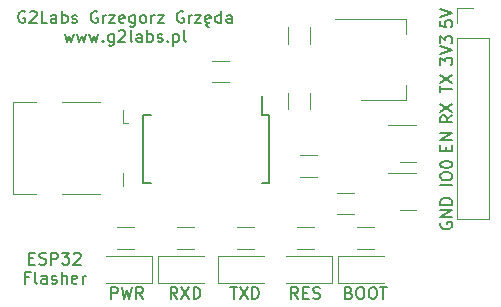
<source format=gto>
%TF.GenerationSoftware,KiCad,Pcbnew,7.0.7-7.0.7~ubuntu22.04.1*%
%TF.CreationDate,2023-08-24T08:44:54+02:00*%
%TF.ProjectId,esp32-programmer,65737033-322d-4707-926f-6772616d6d65,1*%
%TF.SameCoordinates,Original*%
%TF.FileFunction,Legend,Top*%
%TF.FilePolarity,Positive*%
%FSLAX46Y46*%
G04 Gerber Fmt 4.6, Leading zero omitted, Abs format (unit mm)*
G04 Created by KiCad (PCBNEW 7.0.7-7.0.7~ubuntu22.04.1) date 2023-08-24 08:44:54*
%MOMM*%
%LPD*%
G01*
G04 APERTURE LIST*
%ADD10C,0.150000*%
%ADD11C,0.120000*%
G04 APERTURE END LIST*
D10*
X129663819Y-66274792D02*
X129187628Y-66608125D01*
X129663819Y-66846220D02*
X128663819Y-66846220D01*
X128663819Y-66846220D02*
X128663819Y-66465268D01*
X128663819Y-66465268D02*
X128711438Y-66370030D01*
X128711438Y-66370030D02*
X128759057Y-66322411D01*
X128759057Y-66322411D02*
X128854295Y-66274792D01*
X128854295Y-66274792D02*
X128997152Y-66274792D01*
X128997152Y-66274792D02*
X129092390Y-66322411D01*
X129092390Y-66322411D02*
X129140009Y-66370030D01*
X129140009Y-66370030D02*
X129187628Y-66465268D01*
X129187628Y-66465268D02*
X129187628Y-66846220D01*
X128663819Y-65941458D02*
X129663819Y-65274792D01*
X128663819Y-65274792D02*
X129663819Y-65941458D01*
X129663819Y-72180220D02*
X128663819Y-72180220D01*
X128663819Y-71513554D02*
X128663819Y-71323078D01*
X128663819Y-71323078D02*
X128711438Y-71227840D01*
X128711438Y-71227840D02*
X128806676Y-71132602D01*
X128806676Y-71132602D02*
X128997152Y-71084983D01*
X128997152Y-71084983D02*
X129330485Y-71084983D01*
X129330485Y-71084983D02*
X129520961Y-71132602D01*
X129520961Y-71132602D02*
X129616200Y-71227840D01*
X129616200Y-71227840D02*
X129663819Y-71323078D01*
X129663819Y-71323078D02*
X129663819Y-71513554D01*
X129663819Y-71513554D02*
X129616200Y-71608792D01*
X129616200Y-71608792D02*
X129520961Y-71704030D01*
X129520961Y-71704030D02*
X129330485Y-71751649D01*
X129330485Y-71751649D02*
X128997152Y-71751649D01*
X128997152Y-71751649D02*
X128806676Y-71704030D01*
X128806676Y-71704030D02*
X128711438Y-71608792D01*
X128711438Y-71608792D02*
X128663819Y-71513554D01*
X128663819Y-70465935D02*
X128663819Y-70370697D01*
X128663819Y-70370697D02*
X128711438Y-70275459D01*
X128711438Y-70275459D02*
X128759057Y-70227840D01*
X128759057Y-70227840D02*
X128854295Y-70180221D01*
X128854295Y-70180221D02*
X129044771Y-70132602D01*
X129044771Y-70132602D02*
X129282866Y-70132602D01*
X129282866Y-70132602D02*
X129473342Y-70180221D01*
X129473342Y-70180221D02*
X129568580Y-70227840D01*
X129568580Y-70227840D02*
X129616200Y-70275459D01*
X129616200Y-70275459D02*
X129663819Y-70370697D01*
X129663819Y-70370697D02*
X129663819Y-70465935D01*
X129663819Y-70465935D02*
X129616200Y-70561173D01*
X129616200Y-70561173D02*
X129568580Y-70608792D01*
X129568580Y-70608792D02*
X129473342Y-70656411D01*
X129473342Y-70656411D02*
X129282866Y-70704030D01*
X129282866Y-70704030D02*
X129044771Y-70704030D01*
X129044771Y-70704030D02*
X128854295Y-70656411D01*
X128854295Y-70656411D02*
X128759057Y-70608792D01*
X128759057Y-70608792D02*
X128711438Y-70561173D01*
X128711438Y-70561173D02*
X128663819Y-70465935D01*
X128663819Y-64322077D02*
X128663819Y-63750649D01*
X129663819Y-64036363D02*
X128663819Y-64036363D01*
X128663819Y-63512553D02*
X129663819Y-62845887D01*
X128663819Y-62845887D02*
X129663819Y-63512553D01*
X128711438Y-75339411D02*
X128663819Y-75434649D01*
X128663819Y-75434649D02*
X128663819Y-75577506D01*
X128663819Y-75577506D02*
X128711438Y-75720363D01*
X128711438Y-75720363D02*
X128806676Y-75815601D01*
X128806676Y-75815601D02*
X128901914Y-75863220D01*
X128901914Y-75863220D02*
X129092390Y-75910839D01*
X129092390Y-75910839D02*
X129235247Y-75910839D01*
X129235247Y-75910839D02*
X129425723Y-75863220D01*
X129425723Y-75863220D02*
X129520961Y-75815601D01*
X129520961Y-75815601D02*
X129616200Y-75720363D01*
X129616200Y-75720363D02*
X129663819Y-75577506D01*
X129663819Y-75577506D02*
X129663819Y-75482268D01*
X129663819Y-75482268D02*
X129616200Y-75339411D01*
X129616200Y-75339411D02*
X129568580Y-75291792D01*
X129568580Y-75291792D02*
X129235247Y-75291792D01*
X129235247Y-75291792D02*
X129235247Y-75482268D01*
X129663819Y-74863220D02*
X128663819Y-74863220D01*
X128663819Y-74863220D02*
X129663819Y-74291792D01*
X129663819Y-74291792D02*
X128663819Y-74291792D01*
X129663819Y-73815601D02*
X128663819Y-73815601D01*
X128663819Y-73815601D02*
X128663819Y-73577506D01*
X128663819Y-73577506D02*
X128711438Y-73434649D01*
X128711438Y-73434649D02*
X128806676Y-73339411D01*
X128806676Y-73339411D02*
X128901914Y-73291792D01*
X128901914Y-73291792D02*
X129092390Y-73244173D01*
X129092390Y-73244173D02*
X129235247Y-73244173D01*
X129235247Y-73244173D02*
X129425723Y-73291792D01*
X129425723Y-73291792D02*
X129520961Y-73339411D01*
X129520961Y-73339411D02*
X129616200Y-73434649D01*
X129616200Y-73434649D02*
X129663819Y-73577506D01*
X129663819Y-73577506D02*
X129663819Y-73815601D01*
X128663819Y-58242030D02*
X128663819Y-58718220D01*
X128663819Y-58718220D02*
X129140009Y-58765839D01*
X129140009Y-58765839D02*
X129092390Y-58718220D01*
X129092390Y-58718220D02*
X129044771Y-58622982D01*
X129044771Y-58622982D02*
X129044771Y-58384887D01*
X129044771Y-58384887D02*
X129092390Y-58289649D01*
X129092390Y-58289649D02*
X129140009Y-58242030D01*
X129140009Y-58242030D02*
X129235247Y-58194411D01*
X129235247Y-58194411D02*
X129473342Y-58194411D01*
X129473342Y-58194411D02*
X129568580Y-58242030D01*
X129568580Y-58242030D02*
X129616200Y-58289649D01*
X129616200Y-58289649D02*
X129663819Y-58384887D01*
X129663819Y-58384887D02*
X129663819Y-58622982D01*
X129663819Y-58622982D02*
X129616200Y-58718220D01*
X129616200Y-58718220D02*
X129568580Y-58765839D01*
X128663819Y-57908696D02*
X129663819Y-57575363D01*
X129663819Y-57575363D02*
X128663819Y-57242030D01*
X93869143Y-78374009D02*
X94202476Y-78374009D01*
X94345333Y-78897819D02*
X93869143Y-78897819D01*
X93869143Y-78897819D02*
X93869143Y-77897819D01*
X93869143Y-77897819D02*
X94345333Y-77897819D01*
X94726286Y-78850200D02*
X94869143Y-78897819D01*
X94869143Y-78897819D02*
X95107238Y-78897819D01*
X95107238Y-78897819D02*
X95202476Y-78850200D01*
X95202476Y-78850200D02*
X95250095Y-78802580D01*
X95250095Y-78802580D02*
X95297714Y-78707342D01*
X95297714Y-78707342D02*
X95297714Y-78612104D01*
X95297714Y-78612104D02*
X95250095Y-78516866D01*
X95250095Y-78516866D02*
X95202476Y-78469247D01*
X95202476Y-78469247D02*
X95107238Y-78421628D01*
X95107238Y-78421628D02*
X94916762Y-78374009D01*
X94916762Y-78374009D02*
X94821524Y-78326390D01*
X94821524Y-78326390D02*
X94773905Y-78278771D01*
X94773905Y-78278771D02*
X94726286Y-78183533D01*
X94726286Y-78183533D02*
X94726286Y-78088295D01*
X94726286Y-78088295D02*
X94773905Y-77993057D01*
X94773905Y-77993057D02*
X94821524Y-77945438D01*
X94821524Y-77945438D02*
X94916762Y-77897819D01*
X94916762Y-77897819D02*
X95154857Y-77897819D01*
X95154857Y-77897819D02*
X95297714Y-77945438D01*
X95726286Y-78897819D02*
X95726286Y-77897819D01*
X95726286Y-77897819D02*
X96107238Y-77897819D01*
X96107238Y-77897819D02*
X96202476Y-77945438D01*
X96202476Y-77945438D02*
X96250095Y-77993057D01*
X96250095Y-77993057D02*
X96297714Y-78088295D01*
X96297714Y-78088295D02*
X96297714Y-78231152D01*
X96297714Y-78231152D02*
X96250095Y-78326390D01*
X96250095Y-78326390D02*
X96202476Y-78374009D01*
X96202476Y-78374009D02*
X96107238Y-78421628D01*
X96107238Y-78421628D02*
X95726286Y-78421628D01*
X96631048Y-77897819D02*
X97250095Y-77897819D01*
X97250095Y-77897819D02*
X96916762Y-78278771D01*
X96916762Y-78278771D02*
X97059619Y-78278771D01*
X97059619Y-78278771D02*
X97154857Y-78326390D01*
X97154857Y-78326390D02*
X97202476Y-78374009D01*
X97202476Y-78374009D02*
X97250095Y-78469247D01*
X97250095Y-78469247D02*
X97250095Y-78707342D01*
X97250095Y-78707342D02*
X97202476Y-78802580D01*
X97202476Y-78802580D02*
X97154857Y-78850200D01*
X97154857Y-78850200D02*
X97059619Y-78897819D01*
X97059619Y-78897819D02*
X96773905Y-78897819D01*
X96773905Y-78897819D02*
X96678667Y-78850200D01*
X96678667Y-78850200D02*
X96631048Y-78802580D01*
X97631048Y-77993057D02*
X97678667Y-77945438D01*
X97678667Y-77945438D02*
X97773905Y-77897819D01*
X97773905Y-77897819D02*
X98012000Y-77897819D01*
X98012000Y-77897819D02*
X98107238Y-77945438D01*
X98107238Y-77945438D02*
X98154857Y-77993057D01*
X98154857Y-77993057D02*
X98202476Y-78088295D01*
X98202476Y-78088295D02*
X98202476Y-78183533D01*
X98202476Y-78183533D02*
X98154857Y-78326390D01*
X98154857Y-78326390D02*
X97583429Y-78897819D01*
X97583429Y-78897819D02*
X98202476Y-78897819D01*
X93845332Y-79984009D02*
X93511999Y-79984009D01*
X93511999Y-80507819D02*
X93511999Y-79507819D01*
X93511999Y-79507819D02*
X93988189Y-79507819D01*
X94511999Y-80507819D02*
X94416761Y-80460200D01*
X94416761Y-80460200D02*
X94369142Y-80364961D01*
X94369142Y-80364961D02*
X94369142Y-79507819D01*
X95321523Y-80507819D02*
X95321523Y-79984009D01*
X95321523Y-79984009D02*
X95273904Y-79888771D01*
X95273904Y-79888771D02*
X95178666Y-79841152D01*
X95178666Y-79841152D02*
X94988190Y-79841152D01*
X94988190Y-79841152D02*
X94892952Y-79888771D01*
X95321523Y-80460200D02*
X95226285Y-80507819D01*
X95226285Y-80507819D02*
X94988190Y-80507819D01*
X94988190Y-80507819D02*
X94892952Y-80460200D01*
X94892952Y-80460200D02*
X94845333Y-80364961D01*
X94845333Y-80364961D02*
X94845333Y-80269723D01*
X94845333Y-80269723D02*
X94892952Y-80174485D01*
X94892952Y-80174485D02*
X94988190Y-80126866D01*
X94988190Y-80126866D02*
X95226285Y-80126866D01*
X95226285Y-80126866D02*
X95321523Y-80079247D01*
X95750095Y-80460200D02*
X95845333Y-80507819D01*
X95845333Y-80507819D02*
X96035809Y-80507819D01*
X96035809Y-80507819D02*
X96131047Y-80460200D01*
X96131047Y-80460200D02*
X96178666Y-80364961D01*
X96178666Y-80364961D02*
X96178666Y-80317342D01*
X96178666Y-80317342D02*
X96131047Y-80222104D01*
X96131047Y-80222104D02*
X96035809Y-80174485D01*
X96035809Y-80174485D02*
X95892952Y-80174485D01*
X95892952Y-80174485D02*
X95797714Y-80126866D01*
X95797714Y-80126866D02*
X95750095Y-80031628D01*
X95750095Y-80031628D02*
X95750095Y-79984009D01*
X95750095Y-79984009D02*
X95797714Y-79888771D01*
X95797714Y-79888771D02*
X95892952Y-79841152D01*
X95892952Y-79841152D02*
X96035809Y-79841152D01*
X96035809Y-79841152D02*
X96131047Y-79888771D01*
X96607238Y-80507819D02*
X96607238Y-79507819D01*
X97035809Y-80507819D02*
X97035809Y-79984009D01*
X97035809Y-79984009D02*
X96988190Y-79888771D01*
X96988190Y-79888771D02*
X96892952Y-79841152D01*
X96892952Y-79841152D02*
X96750095Y-79841152D01*
X96750095Y-79841152D02*
X96654857Y-79888771D01*
X96654857Y-79888771D02*
X96607238Y-79936390D01*
X97892952Y-80460200D02*
X97797714Y-80507819D01*
X97797714Y-80507819D02*
X97607238Y-80507819D01*
X97607238Y-80507819D02*
X97512000Y-80460200D01*
X97512000Y-80460200D02*
X97464381Y-80364961D01*
X97464381Y-80364961D02*
X97464381Y-79984009D01*
X97464381Y-79984009D02*
X97512000Y-79888771D01*
X97512000Y-79888771D02*
X97607238Y-79841152D01*
X97607238Y-79841152D02*
X97797714Y-79841152D01*
X97797714Y-79841152D02*
X97892952Y-79888771D01*
X97892952Y-79888771D02*
X97940571Y-79984009D01*
X97940571Y-79984009D02*
X97940571Y-80079247D01*
X97940571Y-80079247D02*
X97464381Y-80174485D01*
X98369143Y-80507819D02*
X98369143Y-79841152D01*
X98369143Y-80031628D02*
X98416762Y-79936390D01*
X98416762Y-79936390D02*
X98464381Y-79888771D01*
X98464381Y-79888771D02*
X98559619Y-79841152D01*
X98559619Y-79841152D02*
X98654857Y-79841152D01*
X128663819Y-61988458D02*
X128663819Y-61369411D01*
X128663819Y-61369411D02*
X129044771Y-61702744D01*
X129044771Y-61702744D02*
X129044771Y-61559887D01*
X129044771Y-61559887D02*
X129092390Y-61464649D01*
X129092390Y-61464649D02*
X129140009Y-61417030D01*
X129140009Y-61417030D02*
X129235247Y-61369411D01*
X129235247Y-61369411D02*
X129473342Y-61369411D01*
X129473342Y-61369411D02*
X129568580Y-61417030D01*
X129568580Y-61417030D02*
X129616200Y-61464649D01*
X129616200Y-61464649D02*
X129663819Y-61559887D01*
X129663819Y-61559887D02*
X129663819Y-61845601D01*
X129663819Y-61845601D02*
X129616200Y-61940839D01*
X129616200Y-61940839D02*
X129568580Y-61988458D01*
X128663819Y-61083696D02*
X129663819Y-60750363D01*
X129663819Y-60750363D02*
X128663819Y-60417030D01*
X128663819Y-60178934D02*
X128663819Y-59559887D01*
X128663819Y-59559887D02*
X129044771Y-59893220D01*
X129044771Y-59893220D02*
X129044771Y-59750363D01*
X129044771Y-59750363D02*
X129092390Y-59655125D01*
X129092390Y-59655125D02*
X129140009Y-59607506D01*
X129140009Y-59607506D02*
X129235247Y-59559887D01*
X129235247Y-59559887D02*
X129473342Y-59559887D01*
X129473342Y-59559887D02*
X129568580Y-59607506D01*
X129568580Y-59607506D02*
X129616200Y-59655125D01*
X129616200Y-59655125D02*
X129663819Y-59750363D01*
X129663819Y-59750363D02*
X129663819Y-60036077D01*
X129663819Y-60036077D02*
X129616200Y-60131315D01*
X129616200Y-60131315D02*
X129568580Y-60178934D01*
X129140009Y-69259220D02*
X129140009Y-68925887D01*
X129663819Y-68783030D02*
X129663819Y-69259220D01*
X129663819Y-69259220D02*
X128663819Y-69259220D01*
X128663819Y-69259220D02*
X128663819Y-68783030D01*
X129663819Y-68354458D02*
X128663819Y-68354458D01*
X128663819Y-68354458D02*
X129663819Y-67783030D01*
X129663819Y-67783030D02*
X128663819Y-67783030D01*
X93480998Y-57498438D02*
X93385760Y-57450819D01*
X93385760Y-57450819D02*
X93242903Y-57450819D01*
X93242903Y-57450819D02*
X93100046Y-57498438D01*
X93100046Y-57498438D02*
X93004808Y-57593676D01*
X93004808Y-57593676D02*
X92957189Y-57688914D01*
X92957189Y-57688914D02*
X92909570Y-57879390D01*
X92909570Y-57879390D02*
X92909570Y-58022247D01*
X92909570Y-58022247D02*
X92957189Y-58212723D01*
X92957189Y-58212723D02*
X93004808Y-58307961D01*
X93004808Y-58307961D02*
X93100046Y-58403200D01*
X93100046Y-58403200D02*
X93242903Y-58450819D01*
X93242903Y-58450819D02*
X93338141Y-58450819D01*
X93338141Y-58450819D02*
X93480998Y-58403200D01*
X93480998Y-58403200D02*
X93528617Y-58355580D01*
X93528617Y-58355580D02*
X93528617Y-58022247D01*
X93528617Y-58022247D02*
X93338141Y-58022247D01*
X93909570Y-57546057D02*
X93957189Y-57498438D01*
X93957189Y-57498438D02*
X94052427Y-57450819D01*
X94052427Y-57450819D02*
X94290522Y-57450819D01*
X94290522Y-57450819D02*
X94385760Y-57498438D01*
X94385760Y-57498438D02*
X94433379Y-57546057D01*
X94433379Y-57546057D02*
X94480998Y-57641295D01*
X94480998Y-57641295D02*
X94480998Y-57736533D01*
X94480998Y-57736533D02*
X94433379Y-57879390D01*
X94433379Y-57879390D02*
X93861951Y-58450819D01*
X93861951Y-58450819D02*
X94480998Y-58450819D01*
X95385760Y-58450819D02*
X94909570Y-58450819D01*
X94909570Y-58450819D02*
X94909570Y-57450819D01*
X96147665Y-58450819D02*
X96147665Y-57927009D01*
X96147665Y-57927009D02*
X96100046Y-57831771D01*
X96100046Y-57831771D02*
X96004808Y-57784152D01*
X96004808Y-57784152D02*
X95814332Y-57784152D01*
X95814332Y-57784152D02*
X95719094Y-57831771D01*
X96147665Y-58403200D02*
X96052427Y-58450819D01*
X96052427Y-58450819D02*
X95814332Y-58450819D01*
X95814332Y-58450819D02*
X95719094Y-58403200D01*
X95719094Y-58403200D02*
X95671475Y-58307961D01*
X95671475Y-58307961D02*
X95671475Y-58212723D01*
X95671475Y-58212723D02*
X95719094Y-58117485D01*
X95719094Y-58117485D02*
X95814332Y-58069866D01*
X95814332Y-58069866D02*
X96052427Y-58069866D01*
X96052427Y-58069866D02*
X96147665Y-58022247D01*
X96623856Y-58450819D02*
X96623856Y-57450819D01*
X96623856Y-57831771D02*
X96719094Y-57784152D01*
X96719094Y-57784152D02*
X96909570Y-57784152D01*
X96909570Y-57784152D02*
X97004808Y-57831771D01*
X97004808Y-57831771D02*
X97052427Y-57879390D01*
X97052427Y-57879390D02*
X97100046Y-57974628D01*
X97100046Y-57974628D02*
X97100046Y-58260342D01*
X97100046Y-58260342D02*
X97052427Y-58355580D01*
X97052427Y-58355580D02*
X97004808Y-58403200D01*
X97004808Y-58403200D02*
X96909570Y-58450819D01*
X96909570Y-58450819D02*
X96719094Y-58450819D01*
X96719094Y-58450819D02*
X96623856Y-58403200D01*
X97480999Y-58403200D02*
X97576237Y-58450819D01*
X97576237Y-58450819D02*
X97766713Y-58450819D01*
X97766713Y-58450819D02*
X97861951Y-58403200D01*
X97861951Y-58403200D02*
X97909570Y-58307961D01*
X97909570Y-58307961D02*
X97909570Y-58260342D01*
X97909570Y-58260342D02*
X97861951Y-58165104D01*
X97861951Y-58165104D02*
X97766713Y-58117485D01*
X97766713Y-58117485D02*
X97623856Y-58117485D01*
X97623856Y-58117485D02*
X97528618Y-58069866D01*
X97528618Y-58069866D02*
X97480999Y-57974628D01*
X97480999Y-57974628D02*
X97480999Y-57927009D01*
X97480999Y-57927009D02*
X97528618Y-57831771D01*
X97528618Y-57831771D02*
X97623856Y-57784152D01*
X97623856Y-57784152D02*
X97766713Y-57784152D01*
X97766713Y-57784152D02*
X97861951Y-57831771D01*
X99623856Y-57498438D02*
X99528618Y-57450819D01*
X99528618Y-57450819D02*
X99385761Y-57450819D01*
X99385761Y-57450819D02*
X99242904Y-57498438D01*
X99242904Y-57498438D02*
X99147666Y-57593676D01*
X99147666Y-57593676D02*
X99100047Y-57688914D01*
X99100047Y-57688914D02*
X99052428Y-57879390D01*
X99052428Y-57879390D02*
X99052428Y-58022247D01*
X99052428Y-58022247D02*
X99100047Y-58212723D01*
X99100047Y-58212723D02*
X99147666Y-58307961D01*
X99147666Y-58307961D02*
X99242904Y-58403200D01*
X99242904Y-58403200D02*
X99385761Y-58450819D01*
X99385761Y-58450819D02*
X99480999Y-58450819D01*
X99480999Y-58450819D02*
X99623856Y-58403200D01*
X99623856Y-58403200D02*
X99671475Y-58355580D01*
X99671475Y-58355580D02*
X99671475Y-58022247D01*
X99671475Y-58022247D02*
X99480999Y-58022247D01*
X100100047Y-58450819D02*
X100100047Y-57784152D01*
X100100047Y-57974628D02*
X100147666Y-57879390D01*
X100147666Y-57879390D02*
X100195285Y-57831771D01*
X100195285Y-57831771D02*
X100290523Y-57784152D01*
X100290523Y-57784152D02*
X100385761Y-57784152D01*
X100623857Y-57784152D02*
X101147666Y-57784152D01*
X101147666Y-57784152D02*
X100623857Y-58450819D01*
X100623857Y-58450819D02*
X101147666Y-58450819D01*
X101909571Y-58403200D02*
X101814333Y-58450819D01*
X101814333Y-58450819D02*
X101623857Y-58450819D01*
X101623857Y-58450819D02*
X101528619Y-58403200D01*
X101528619Y-58403200D02*
X101481000Y-58307961D01*
X101481000Y-58307961D02*
X101481000Y-57927009D01*
X101481000Y-57927009D02*
X101528619Y-57831771D01*
X101528619Y-57831771D02*
X101623857Y-57784152D01*
X101623857Y-57784152D02*
X101814333Y-57784152D01*
X101814333Y-57784152D02*
X101909571Y-57831771D01*
X101909571Y-57831771D02*
X101957190Y-57927009D01*
X101957190Y-57927009D02*
X101957190Y-58022247D01*
X101957190Y-58022247D02*
X101481000Y-58117485D01*
X102814333Y-57784152D02*
X102814333Y-58593676D01*
X102814333Y-58593676D02*
X102766714Y-58688914D01*
X102766714Y-58688914D02*
X102719095Y-58736533D01*
X102719095Y-58736533D02*
X102623857Y-58784152D01*
X102623857Y-58784152D02*
X102481000Y-58784152D01*
X102481000Y-58784152D02*
X102385762Y-58736533D01*
X102814333Y-58403200D02*
X102719095Y-58450819D01*
X102719095Y-58450819D02*
X102528619Y-58450819D01*
X102528619Y-58450819D02*
X102433381Y-58403200D01*
X102433381Y-58403200D02*
X102385762Y-58355580D01*
X102385762Y-58355580D02*
X102338143Y-58260342D01*
X102338143Y-58260342D02*
X102338143Y-57974628D01*
X102338143Y-57974628D02*
X102385762Y-57879390D01*
X102385762Y-57879390D02*
X102433381Y-57831771D01*
X102433381Y-57831771D02*
X102528619Y-57784152D01*
X102528619Y-57784152D02*
X102719095Y-57784152D01*
X102719095Y-57784152D02*
X102814333Y-57831771D01*
X103433381Y-58450819D02*
X103338143Y-58403200D01*
X103338143Y-58403200D02*
X103290524Y-58355580D01*
X103290524Y-58355580D02*
X103242905Y-58260342D01*
X103242905Y-58260342D02*
X103242905Y-57974628D01*
X103242905Y-57974628D02*
X103290524Y-57879390D01*
X103290524Y-57879390D02*
X103338143Y-57831771D01*
X103338143Y-57831771D02*
X103433381Y-57784152D01*
X103433381Y-57784152D02*
X103576238Y-57784152D01*
X103576238Y-57784152D02*
X103671476Y-57831771D01*
X103671476Y-57831771D02*
X103719095Y-57879390D01*
X103719095Y-57879390D02*
X103766714Y-57974628D01*
X103766714Y-57974628D02*
X103766714Y-58260342D01*
X103766714Y-58260342D02*
X103719095Y-58355580D01*
X103719095Y-58355580D02*
X103671476Y-58403200D01*
X103671476Y-58403200D02*
X103576238Y-58450819D01*
X103576238Y-58450819D02*
X103433381Y-58450819D01*
X104195286Y-58450819D02*
X104195286Y-57784152D01*
X104195286Y-57974628D02*
X104242905Y-57879390D01*
X104242905Y-57879390D02*
X104290524Y-57831771D01*
X104290524Y-57831771D02*
X104385762Y-57784152D01*
X104385762Y-57784152D02*
X104481000Y-57784152D01*
X104719096Y-57784152D02*
X105242905Y-57784152D01*
X105242905Y-57784152D02*
X104719096Y-58450819D01*
X104719096Y-58450819D02*
X105242905Y-58450819D01*
X106909572Y-57498438D02*
X106814334Y-57450819D01*
X106814334Y-57450819D02*
X106671477Y-57450819D01*
X106671477Y-57450819D02*
X106528620Y-57498438D01*
X106528620Y-57498438D02*
X106433382Y-57593676D01*
X106433382Y-57593676D02*
X106385763Y-57688914D01*
X106385763Y-57688914D02*
X106338144Y-57879390D01*
X106338144Y-57879390D02*
X106338144Y-58022247D01*
X106338144Y-58022247D02*
X106385763Y-58212723D01*
X106385763Y-58212723D02*
X106433382Y-58307961D01*
X106433382Y-58307961D02*
X106528620Y-58403200D01*
X106528620Y-58403200D02*
X106671477Y-58450819D01*
X106671477Y-58450819D02*
X106766715Y-58450819D01*
X106766715Y-58450819D02*
X106909572Y-58403200D01*
X106909572Y-58403200D02*
X106957191Y-58355580D01*
X106957191Y-58355580D02*
X106957191Y-58022247D01*
X106957191Y-58022247D02*
X106766715Y-58022247D01*
X107385763Y-58450819D02*
X107385763Y-57784152D01*
X107385763Y-57974628D02*
X107433382Y-57879390D01*
X107433382Y-57879390D02*
X107481001Y-57831771D01*
X107481001Y-57831771D02*
X107576239Y-57784152D01*
X107576239Y-57784152D02*
X107671477Y-57784152D01*
X107909573Y-57784152D02*
X108433382Y-57784152D01*
X108433382Y-57784152D02*
X107909573Y-58450819D01*
X107909573Y-58450819D02*
X108433382Y-58450819D01*
X109195287Y-58403200D02*
X109100049Y-58450819D01*
X109100049Y-58450819D02*
X108909573Y-58450819D01*
X108909573Y-58450819D02*
X108814335Y-58403200D01*
X108814335Y-58403200D02*
X108766716Y-58307961D01*
X108766716Y-58307961D02*
X108766716Y-57927009D01*
X108766716Y-57927009D02*
X108814335Y-57831771D01*
X108814335Y-57831771D02*
X108909573Y-57784152D01*
X108909573Y-57784152D02*
X109100049Y-57784152D01*
X109100049Y-57784152D02*
X109195287Y-57831771D01*
X109195287Y-57831771D02*
X109242906Y-57927009D01*
X109242906Y-57927009D02*
X109242906Y-58022247D01*
X109242906Y-58022247D02*
X108766716Y-58117485D01*
X109004811Y-58450819D02*
X108909573Y-58546057D01*
X108909573Y-58546057D02*
X108861954Y-58641295D01*
X108861954Y-58641295D02*
X108909573Y-58736533D01*
X108909573Y-58736533D02*
X109004811Y-58784152D01*
X109004811Y-58784152D02*
X109100049Y-58784152D01*
X110100049Y-58450819D02*
X110100049Y-57450819D01*
X110100049Y-58403200D02*
X110004811Y-58450819D01*
X110004811Y-58450819D02*
X109814335Y-58450819D01*
X109814335Y-58450819D02*
X109719097Y-58403200D01*
X109719097Y-58403200D02*
X109671478Y-58355580D01*
X109671478Y-58355580D02*
X109623859Y-58260342D01*
X109623859Y-58260342D02*
X109623859Y-57974628D01*
X109623859Y-57974628D02*
X109671478Y-57879390D01*
X109671478Y-57879390D02*
X109719097Y-57831771D01*
X109719097Y-57831771D02*
X109814335Y-57784152D01*
X109814335Y-57784152D02*
X110004811Y-57784152D01*
X110004811Y-57784152D02*
X110100049Y-57831771D01*
X111004811Y-58450819D02*
X111004811Y-57927009D01*
X111004811Y-57927009D02*
X110957192Y-57831771D01*
X110957192Y-57831771D02*
X110861954Y-57784152D01*
X110861954Y-57784152D02*
X110671478Y-57784152D01*
X110671478Y-57784152D02*
X110576240Y-57831771D01*
X111004811Y-58403200D02*
X110909573Y-58450819D01*
X110909573Y-58450819D02*
X110671478Y-58450819D01*
X110671478Y-58450819D02*
X110576240Y-58403200D01*
X110576240Y-58403200D02*
X110528621Y-58307961D01*
X110528621Y-58307961D02*
X110528621Y-58212723D01*
X110528621Y-58212723D02*
X110576240Y-58117485D01*
X110576240Y-58117485D02*
X110671478Y-58069866D01*
X110671478Y-58069866D02*
X110909573Y-58069866D01*
X110909573Y-58069866D02*
X111004811Y-58022247D01*
X96861952Y-59394152D02*
X97052428Y-60060819D01*
X97052428Y-60060819D02*
X97242904Y-59584628D01*
X97242904Y-59584628D02*
X97433380Y-60060819D01*
X97433380Y-60060819D02*
X97623856Y-59394152D01*
X97909571Y-59394152D02*
X98100047Y-60060819D01*
X98100047Y-60060819D02*
X98290523Y-59584628D01*
X98290523Y-59584628D02*
X98480999Y-60060819D01*
X98480999Y-60060819D02*
X98671475Y-59394152D01*
X98957190Y-59394152D02*
X99147666Y-60060819D01*
X99147666Y-60060819D02*
X99338142Y-59584628D01*
X99338142Y-59584628D02*
X99528618Y-60060819D01*
X99528618Y-60060819D02*
X99719094Y-59394152D01*
X100100047Y-59965580D02*
X100147666Y-60013200D01*
X100147666Y-60013200D02*
X100100047Y-60060819D01*
X100100047Y-60060819D02*
X100052428Y-60013200D01*
X100052428Y-60013200D02*
X100100047Y-59965580D01*
X100100047Y-59965580D02*
X100100047Y-60060819D01*
X101004808Y-59394152D02*
X101004808Y-60203676D01*
X101004808Y-60203676D02*
X100957189Y-60298914D01*
X100957189Y-60298914D02*
X100909570Y-60346533D01*
X100909570Y-60346533D02*
X100814332Y-60394152D01*
X100814332Y-60394152D02*
X100671475Y-60394152D01*
X100671475Y-60394152D02*
X100576237Y-60346533D01*
X101004808Y-60013200D02*
X100909570Y-60060819D01*
X100909570Y-60060819D02*
X100719094Y-60060819D01*
X100719094Y-60060819D02*
X100623856Y-60013200D01*
X100623856Y-60013200D02*
X100576237Y-59965580D01*
X100576237Y-59965580D02*
X100528618Y-59870342D01*
X100528618Y-59870342D02*
X100528618Y-59584628D01*
X100528618Y-59584628D02*
X100576237Y-59489390D01*
X100576237Y-59489390D02*
X100623856Y-59441771D01*
X100623856Y-59441771D02*
X100719094Y-59394152D01*
X100719094Y-59394152D02*
X100909570Y-59394152D01*
X100909570Y-59394152D02*
X101004808Y-59441771D01*
X101433380Y-59156057D02*
X101480999Y-59108438D01*
X101480999Y-59108438D02*
X101576237Y-59060819D01*
X101576237Y-59060819D02*
X101814332Y-59060819D01*
X101814332Y-59060819D02*
X101909570Y-59108438D01*
X101909570Y-59108438D02*
X101957189Y-59156057D01*
X101957189Y-59156057D02*
X102004808Y-59251295D01*
X102004808Y-59251295D02*
X102004808Y-59346533D01*
X102004808Y-59346533D02*
X101957189Y-59489390D01*
X101957189Y-59489390D02*
X101385761Y-60060819D01*
X101385761Y-60060819D02*
X102004808Y-60060819D01*
X102576237Y-60060819D02*
X102480999Y-60013200D01*
X102480999Y-60013200D02*
X102433380Y-59917961D01*
X102433380Y-59917961D02*
X102433380Y-59060819D01*
X103385761Y-60060819D02*
X103385761Y-59537009D01*
X103385761Y-59537009D02*
X103338142Y-59441771D01*
X103338142Y-59441771D02*
X103242904Y-59394152D01*
X103242904Y-59394152D02*
X103052428Y-59394152D01*
X103052428Y-59394152D02*
X102957190Y-59441771D01*
X103385761Y-60013200D02*
X103290523Y-60060819D01*
X103290523Y-60060819D02*
X103052428Y-60060819D01*
X103052428Y-60060819D02*
X102957190Y-60013200D01*
X102957190Y-60013200D02*
X102909571Y-59917961D01*
X102909571Y-59917961D02*
X102909571Y-59822723D01*
X102909571Y-59822723D02*
X102957190Y-59727485D01*
X102957190Y-59727485D02*
X103052428Y-59679866D01*
X103052428Y-59679866D02*
X103290523Y-59679866D01*
X103290523Y-59679866D02*
X103385761Y-59632247D01*
X103861952Y-60060819D02*
X103861952Y-59060819D01*
X103861952Y-59441771D02*
X103957190Y-59394152D01*
X103957190Y-59394152D02*
X104147666Y-59394152D01*
X104147666Y-59394152D02*
X104242904Y-59441771D01*
X104242904Y-59441771D02*
X104290523Y-59489390D01*
X104290523Y-59489390D02*
X104338142Y-59584628D01*
X104338142Y-59584628D02*
X104338142Y-59870342D01*
X104338142Y-59870342D02*
X104290523Y-59965580D01*
X104290523Y-59965580D02*
X104242904Y-60013200D01*
X104242904Y-60013200D02*
X104147666Y-60060819D01*
X104147666Y-60060819D02*
X103957190Y-60060819D01*
X103957190Y-60060819D02*
X103861952Y-60013200D01*
X104719095Y-60013200D02*
X104814333Y-60060819D01*
X104814333Y-60060819D02*
X105004809Y-60060819D01*
X105004809Y-60060819D02*
X105100047Y-60013200D01*
X105100047Y-60013200D02*
X105147666Y-59917961D01*
X105147666Y-59917961D02*
X105147666Y-59870342D01*
X105147666Y-59870342D02*
X105100047Y-59775104D01*
X105100047Y-59775104D02*
X105004809Y-59727485D01*
X105004809Y-59727485D02*
X104861952Y-59727485D01*
X104861952Y-59727485D02*
X104766714Y-59679866D01*
X104766714Y-59679866D02*
X104719095Y-59584628D01*
X104719095Y-59584628D02*
X104719095Y-59537009D01*
X104719095Y-59537009D02*
X104766714Y-59441771D01*
X104766714Y-59441771D02*
X104861952Y-59394152D01*
X104861952Y-59394152D02*
X105004809Y-59394152D01*
X105004809Y-59394152D02*
X105100047Y-59441771D01*
X105576238Y-59965580D02*
X105623857Y-60013200D01*
X105623857Y-60013200D02*
X105576238Y-60060819D01*
X105576238Y-60060819D02*
X105528619Y-60013200D01*
X105528619Y-60013200D02*
X105576238Y-59965580D01*
X105576238Y-59965580D02*
X105576238Y-60060819D01*
X106052428Y-59394152D02*
X106052428Y-60394152D01*
X106052428Y-59441771D02*
X106147666Y-59394152D01*
X106147666Y-59394152D02*
X106338142Y-59394152D01*
X106338142Y-59394152D02*
X106433380Y-59441771D01*
X106433380Y-59441771D02*
X106480999Y-59489390D01*
X106480999Y-59489390D02*
X106528618Y-59584628D01*
X106528618Y-59584628D02*
X106528618Y-59870342D01*
X106528618Y-59870342D02*
X106480999Y-59965580D01*
X106480999Y-59965580D02*
X106433380Y-60013200D01*
X106433380Y-60013200D02*
X106338142Y-60060819D01*
X106338142Y-60060819D02*
X106147666Y-60060819D01*
X106147666Y-60060819D02*
X106052428Y-60013200D01*
X107100047Y-60060819D02*
X107004809Y-60013200D01*
X107004809Y-60013200D02*
X106957190Y-59917961D01*
X106957190Y-59917961D02*
X106957190Y-59060819D01*
X120943857Y-81274509D02*
X121086714Y-81322128D01*
X121086714Y-81322128D02*
X121134333Y-81369747D01*
X121134333Y-81369747D02*
X121181952Y-81464985D01*
X121181952Y-81464985D02*
X121181952Y-81607842D01*
X121181952Y-81607842D02*
X121134333Y-81703080D01*
X121134333Y-81703080D02*
X121086714Y-81750700D01*
X121086714Y-81750700D02*
X120991476Y-81798319D01*
X120991476Y-81798319D02*
X120610524Y-81798319D01*
X120610524Y-81798319D02*
X120610524Y-80798319D01*
X120610524Y-80798319D02*
X120943857Y-80798319D01*
X120943857Y-80798319D02*
X121039095Y-80845938D01*
X121039095Y-80845938D02*
X121086714Y-80893557D01*
X121086714Y-80893557D02*
X121134333Y-80988795D01*
X121134333Y-80988795D02*
X121134333Y-81084033D01*
X121134333Y-81084033D02*
X121086714Y-81179271D01*
X121086714Y-81179271D02*
X121039095Y-81226890D01*
X121039095Y-81226890D02*
X120943857Y-81274509D01*
X120943857Y-81274509D02*
X120610524Y-81274509D01*
X121801000Y-80798319D02*
X121991476Y-80798319D01*
X121991476Y-80798319D02*
X122086714Y-80845938D01*
X122086714Y-80845938D02*
X122181952Y-80941176D01*
X122181952Y-80941176D02*
X122229571Y-81131652D01*
X122229571Y-81131652D02*
X122229571Y-81464985D01*
X122229571Y-81464985D02*
X122181952Y-81655461D01*
X122181952Y-81655461D02*
X122086714Y-81750700D01*
X122086714Y-81750700D02*
X121991476Y-81798319D01*
X121991476Y-81798319D02*
X121801000Y-81798319D01*
X121801000Y-81798319D02*
X121705762Y-81750700D01*
X121705762Y-81750700D02*
X121610524Y-81655461D01*
X121610524Y-81655461D02*
X121562905Y-81464985D01*
X121562905Y-81464985D02*
X121562905Y-81131652D01*
X121562905Y-81131652D02*
X121610524Y-80941176D01*
X121610524Y-80941176D02*
X121705762Y-80845938D01*
X121705762Y-80845938D02*
X121801000Y-80798319D01*
X122848619Y-80798319D02*
X123039095Y-80798319D01*
X123039095Y-80798319D02*
X123134333Y-80845938D01*
X123134333Y-80845938D02*
X123229571Y-80941176D01*
X123229571Y-80941176D02*
X123277190Y-81131652D01*
X123277190Y-81131652D02*
X123277190Y-81464985D01*
X123277190Y-81464985D02*
X123229571Y-81655461D01*
X123229571Y-81655461D02*
X123134333Y-81750700D01*
X123134333Y-81750700D02*
X123039095Y-81798319D01*
X123039095Y-81798319D02*
X122848619Y-81798319D01*
X122848619Y-81798319D02*
X122753381Y-81750700D01*
X122753381Y-81750700D02*
X122658143Y-81655461D01*
X122658143Y-81655461D02*
X122610524Y-81464985D01*
X122610524Y-81464985D02*
X122610524Y-81131652D01*
X122610524Y-81131652D02*
X122658143Y-80941176D01*
X122658143Y-80941176D02*
X122753381Y-80845938D01*
X122753381Y-80845938D02*
X122848619Y-80798319D01*
X123562905Y-80798319D02*
X124134333Y-80798319D01*
X123848619Y-81798319D02*
X123848619Y-80798319D01*
X110879095Y-80798319D02*
X111450523Y-80798319D01*
X111164809Y-81798319D02*
X111164809Y-80798319D01*
X111688619Y-80798319D02*
X112355285Y-81798319D01*
X112355285Y-80798319D02*
X111688619Y-81798319D01*
X112736238Y-81798319D02*
X112736238Y-80798319D01*
X112736238Y-80798319D02*
X112974333Y-80798319D01*
X112974333Y-80798319D02*
X113117190Y-80845938D01*
X113117190Y-80845938D02*
X113212428Y-80941176D01*
X113212428Y-80941176D02*
X113260047Y-81036414D01*
X113260047Y-81036414D02*
X113307666Y-81226890D01*
X113307666Y-81226890D02*
X113307666Y-81369747D01*
X113307666Y-81369747D02*
X113260047Y-81560223D01*
X113260047Y-81560223D02*
X113212428Y-81655461D01*
X113212428Y-81655461D02*
X113117190Y-81750700D01*
X113117190Y-81750700D02*
X112974333Y-81798319D01*
X112974333Y-81798319D02*
X112736238Y-81798319D01*
X100774667Y-81798319D02*
X100774667Y-80798319D01*
X100774667Y-80798319D02*
X101155619Y-80798319D01*
X101155619Y-80798319D02*
X101250857Y-80845938D01*
X101250857Y-80845938D02*
X101298476Y-80893557D01*
X101298476Y-80893557D02*
X101346095Y-80988795D01*
X101346095Y-80988795D02*
X101346095Y-81131652D01*
X101346095Y-81131652D02*
X101298476Y-81226890D01*
X101298476Y-81226890D02*
X101250857Y-81274509D01*
X101250857Y-81274509D02*
X101155619Y-81322128D01*
X101155619Y-81322128D02*
X100774667Y-81322128D01*
X101679429Y-80798319D02*
X101917524Y-81798319D01*
X101917524Y-81798319D02*
X102108000Y-81084033D01*
X102108000Y-81084033D02*
X102298476Y-81798319D01*
X102298476Y-81798319D02*
X102536572Y-80798319D01*
X103488952Y-81798319D02*
X103155619Y-81322128D01*
X102917524Y-81798319D02*
X102917524Y-80798319D01*
X102917524Y-80798319D02*
X103298476Y-80798319D01*
X103298476Y-80798319D02*
X103393714Y-80845938D01*
X103393714Y-80845938D02*
X103441333Y-80893557D01*
X103441333Y-80893557D02*
X103488952Y-80988795D01*
X103488952Y-80988795D02*
X103488952Y-81131652D01*
X103488952Y-81131652D02*
X103441333Y-81226890D01*
X103441333Y-81226890D02*
X103393714Y-81274509D01*
X103393714Y-81274509D02*
X103298476Y-81322128D01*
X103298476Y-81322128D02*
X102917524Y-81322128D01*
X116601952Y-81798319D02*
X116268619Y-81322128D01*
X116030524Y-81798319D02*
X116030524Y-80798319D01*
X116030524Y-80798319D02*
X116411476Y-80798319D01*
X116411476Y-80798319D02*
X116506714Y-80845938D01*
X116506714Y-80845938D02*
X116554333Y-80893557D01*
X116554333Y-80893557D02*
X116601952Y-80988795D01*
X116601952Y-80988795D02*
X116601952Y-81131652D01*
X116601952Y-81131652D02*
X116554333Y-81226890D01*
X116554333Y-81226890D02*
X116506714Y-81274509D01*
X116506714Y-81274509D02*
X116411476Y-81322128D01*
X116411476Y-81322128D02*
X116030524Y-81322128D01*
X117030524Y-81274509D02*
X117363857Y-81274509D01*
X117506714Y-81798319D02*
X117030524Y-81798319D01*
X117030524Y-81798319D02*
X117030524Y-80798319D01*
X117030524Y-80798319D02*
X117506714Y-80798319D01*
X117887667Y-81750700D02*
X118030524Y-81798319D01*
X118030524Y-81798319D02*
X118268619Y-81798319D01*
X118268619Y-81798319D02*
X118363857Y-81750700D01*
X118363857Y-81750700D02*
X118411476Y-81703080D01*
X118411476Y-81703080D02*
X118459095Y-81607842D01*
X118459095Y-81607842D02*
X118459095Y-81512604D01*
X118459095Y-81512604D02*
X118411476Y-81417366D01*
X118411476Y-81417366D02*
X118363857Y-81369747D01*
X118363857Y-81369747D02*
X118268619Y-81322128D01*
X118268619Y-81322128D02*
X118078143Y-81274509D01*
X118078143Y-81274509D02*
X117982905Y-81226890D01*
X117982905Y-81226890D02*
X117935286Y-81179271D01*
X117935286Y-81179271D02*
X117887667Y-81084033D01*
X117887667Y-81084033D02*
X117887667Y-80988795D01*
X117887667Y-80988795D02*
X117935286Y-80893557D01*
X117935286Y-80893557D02*
X117982905Y-80845938D01*
X117982905Y-80845938D02*
X118078143Y-80798319D01*
X118078143Y-80798319D02*
X118316238Y-80798319D01*
X118316238Y-80798319D02*
X118459095Y-80845938D01*
X106394333Y-81798319D02*
X106061000Y-81322128D01*
X105822905Y-81798319D02*
X105822905Y-80798319D01*
X105822905Y-80798319D02*
X106203857Y-80798319D01*
X106203857Y-80798319D02*
X106299095Y-80845938D01*
X106299095Y-80845938D02*
X106346714Y-80893557D01*
X106346714Y-80893557D02*
X106394333Y-80988795D01*
X106394333Y-80988795D02*
X106394333Y-81131652D01*
X106394333Y-81131652D02*
X106346714Y-81226890D01*
X106346714Y-81226890D02*
X106299095Y-81274509D01*
X106299095Y-81274509D02*
X106203857Y-81322128D01*
X106203857Y-81322128D02*
X105822905Y-81322128D01*
X106727667Y-80798319D02*
X107394333Y-81798319D01*
X107394333Y-80798319D02*
X106727667Y-81798319D01*
X107775286Y-81798319D02*
X107775286Y-80798319D01*
X107775286Y-80798319D02*
X108013381Y-80798319D01*
X108013381Y-80798319D02*
X108156238Y-80845938D01*
X108156238Y-80845938D02*
X108251476Y-80941176D01*
X108251476Y-80941176D02*
X108299095Y-81036414D01*
X108299095Y-81036414D02*
X108346714Y-81226890D01*
X108346714Y-81226890D02*
X108346714Y-81369747D01*
X108346714Y-81369747D02*
X108299095Y-81560223D01*
X108299095Y-81560223D02*
X108251476Y-81655461D01*
X108251476Y-81655461D02*
X108156238Y-81750700D01*
X108156238Y-81750700D02*
X108013381Y-81798319D01*
X108013381Y-81798319D02*
X107775286Y-81798319D01*
D11*
%TO.C,D4*%
X120016000Y-78176500D02*
X120016000Y-80446500D01*
X120016000Y-80446500D02*
X123901000Y-80446500D01*
X123901000Y-78176500D02*
X120016000Y-78176500D01*
%TO.C,R2*%
X116747936Y-69638500D02*
X118202064Y-69638500D01*
X116747936Y-71458500D02*
X118202064Y-71458500D01*
D10*
%TO.C,U1*%
X114175000Y-66232500D02*
X113600000Y-66232500D01*
X114175000Y-66232500D02*
X114175000Y-71982500D01*
X113600000Y-66232500D02*
X113600000Y-64632500D01*
X103525000Y-66232500D02*
X104175000Y-66232500D01*
X103525000Y-66232500D02*
X103525000Y-71982500D01*
X114175000Y-71982500D02*
X113525000Y-71982500D01*
X103525000Y-71982500D02*
X104175000Y-71982500D01*
D11*
%TO.C,D2*%
X109856000Y-78176500D02*
X109856000Y-80446500D01*
X109856000Y-80446500D02*
X113741000Y-80446500D01*
X113741000Y-78176500D02*
X109856000Y-78176500D01*
%TO.C,R4*%
X112868064Y-77554500D02*
X111413936Y-77554500D01*
X112868064Y-75734500D02*
X111413936Y-75734500D01*
%TO.C,R3*%
X101253936Y-75734500D02*
X102708064Y-75734500D01*
X101253936Y-77554500D02*
X102708064Y-77554500D01*
%TO.C,C1*%
X110781752Y-63457500D02*
X109359248Y-63457500D01*
X110781752Y-61637500D02*
X109359248Y-61637500D01*
%TO.C,J1*%
X96625000Y-65119500D02*
X99855000Y-65119500D01*
X92455000Y-65119500D02*
X94405000Y-65119500D01*
X101775000Y-65839500D02*
X101775000Y-66919500D01*
X101775000Y-66919500D02*
X102205000Y-66919500D01*
X101775000Y-71139500D02*
X101775000Y-72219500D01*
X96625000Y-72939500D02*
X99855000Y-72939500D01*
X92455000Y-72939500D02*
X92455000Y-65119500D01*
X92455000Y-72939500D02*
X94405000Y-72939500D01*
%TO.C,Q2*%
X125935500Y-71147500D02*
X124260500Y-71147500D01*
X125935500Y-71147500D02*
X126585500Y-71147500D01*
X125935500Y-74267500D02*
X125285500Y-74267500D01*
X125935500Y-74267500D02*
X126585500Y-74267500D01*
%TO.C,R1*%
X121377064Y-74633500D02*
X119922936Y-74633500D01*
X121377064Y-72813500D02*
X119922936Y-72813500D01*
%TO.C,R5*%
X107788064Y-77554500D02*
X106333936Y-77554500D01*
X107788064Y-75734500D02*
X106333936Y-75734500D01*
%TO.C,C3*%
X117623000Y-64337748D02*
X117623000Y-65760252D01*
X115803000Y-64337748D02*
X115803000Y-65760252D01*
%TO.C,D1*%
X104263000Y-80446500D02*
X104263000Y-78176500D01*
X104263000Y-78176500D02*
X100378000Y-78176500D01*
X100378000Y-80446500D02*
X104263000Y-80446500D01*
%TO.C,D5*%
X119506000Y-80446500D02*
X119506000Y-78176500D01*
X119506000Y-78176500D02*
X115621000Y-78176500D01*
X115621000Y-80446500D02*
X119506000Y-80446500D01*
%TO.C,R7*%
X116493936Y-75734500D02*
X117948064Y-75734500D01*
X116493936Y-77554500D02*
X117948064Y-77554500D01*
%TO.C,J2*%
X130115000Y-57153500D02*
X131445000Y-57153500D01*
X130115000Y-58483500D02*
X130115000Y-57153500D01*
X130115000Y-59753500D02*
X130115000Y-75053500D01*
X130115000Y-59753500D02*
X132775000Y-59753500D01*
X130115000Y-75053500D02*
X132775000Y-75053500D01*
X132775000Y-59753500D02*
X132775000Y-75053500D01*
%TO.C,R6*%
X123028064Y-77554500D02*
X121573936Y-77554500D01*
X123028064Y-75734500D02*
X121573936Y-75734500D01*
%TO.C,Q1*%
X125935500Y-67083500D02*
X124260500Y-67083500D01*
X125935500Y-67083500D02*
X126585500Y-67083500D01*
X125935500Y-70203500D02*
X125285500Y-70203500D01*
X125935500Y-70203500D02*
X126585500Y-70203500D01*
%TO.C,C2*%
X115803000Y-60210752D02*
X115803000Y-58788248D01*
X117623000Y-60210752D02*
X117623000Y-58788248D01*
%TO.C,U2*%
X119725000Y-58121500D02*
X125735000Y-58121500D01*
X121975000Y-64941500D02*
X125735000Y-64941500D01*
X125735000Y-58121500D02*
X125735000Y-59381500D01*
X125735000Y-64941500D02*
X125735000Y-63681500D01*
%TO.C,D3*%
X104776000Y-78176500D02*
X104776000Y-80446500D01*
X104776000Y-80446500D02*
X108661000Y-80446500D01*
X108661000Y-78176500D02*
X104776000Y-78176500D01*
%TD*%
M02*

</source>
